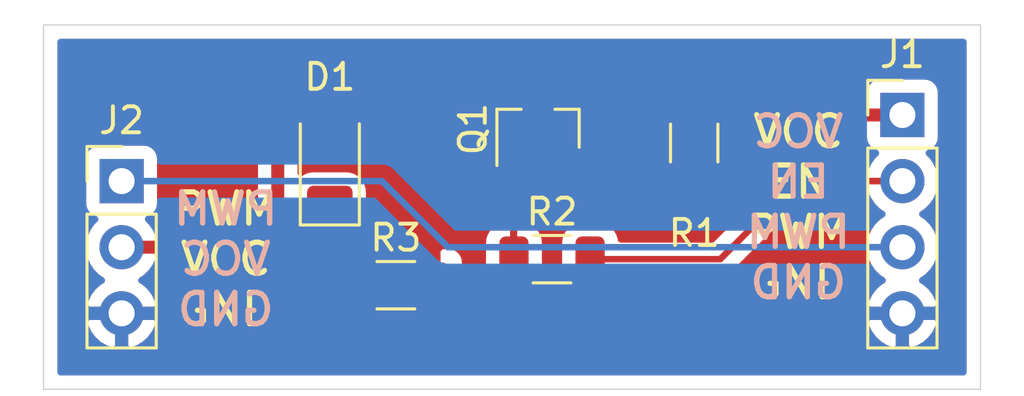
<source format=kicad_pcb>
(kicad_pcb (version 20171130) (host pcbnew 5.1.10-88a1d61d58~90~ubuntu21.04.1)

  (general
    (thickness 1.6)
    (drawings 8)
    (tracks 30)
    (zones 0)
    (modules 7)
    (nets 8)
  )

  (page A4)
  (layers
    (0 F.Cu signal)
    (31 B.Cu signal)
    (32 B.Adhes user)
    (33 F.Adhes user)
    (34 B.Paste user)
    (35 F.Paste user)
    (36 B.SilkS user)
    (37 F.SilkS user)
    (38 B.Mask user)
    (39 F.Mask user)
    (40 Dwgs.User user)
    (41 Cmts.User user)
    (42 Eco1.User user)
    (43 Eco2.User user)
    (44 Edge.Cuts user)
    (45 Margin user)
    (46 B.CrtYd user)
    (47 F.CrtYd user)
    (48 B.Fab user)
    (49 F.Fab user)
  )

  (setup
    (last_trace_width 0.25)
    (trace_clearance 0.2)
    (zone_clearance 0.508)
    (zone_45_only no)
    (trace_min 0.2)
    (via_size 0.8)
    (via_drill 0.4)
    (via_min_size 0.4)
    (via_min_drill 0.3)
    (uvia_size 0.3)
    (uvia_drill 0.1)
    (uvias_allowed no)
    (uvia_min_size 0.2)
    (uvia_min_drill 0.1)
    (edge_width 0.05)
    (segment_width 0.2)
    (pcb_text_width 0.3)
    (pcb_text_size 1.5 1.5)
    (mod_edge_width 0.12)
    (mod_text_size 1 1)
    (mod_text_width 0.15)
    (pad_size 1.524 1.524)
    (pad_drill 0.762)
    (pad_to_mask_clearance 0)
    (aux_axis_origin 0 0)
    (visible_elements FFFFFF7F)
    (pcbplotparams
      (layerselection 0x010fc_ffffffff)
      (usegerberextensions false)
      (usegerberattributes true)
      (usegerberadvancedattributes true)
      (creategerberjobfile true)
      (excludeedgelayer true)
      (linewidth 0.100000)
      (plotframeref false)
      (viasonmask false)
      (mode 1)
      (useauxorigin false)
      (hpglpennumber 1)
      (hpglpenspeed 20)
      (hpglpendiameter 15.000000)
      (psnegative false)
      (psa4output false)
      (plotreference true)
      (plotvalue true)
      (plotinvisibletext false)
      (padsonsilk false)
      (subtractmaskfromsilk false)
      (outputformat 1)
      (mirror false)
      (drillshape 0)
      (scaleselection 1)
      (outputdirectory "fab"))
  )

  (net 0 "")
  (net 1 /pwr_out)
  (net 2 "Net-(D1-Pad1)")
  (net 3 GND)
  (net 4 /pwm)
  (net 5 /pwr_en)
  (net 6 /pwr_in)
  (net 7 "Net-(Q1-Pad1)")

  (net_class Default "This is the default net class."
    (clearance 0.2)
    (trace_width 0.25)
    (via_dia 0.8)
    (via_drill 0.4)
    (uvia_dia 0.3)
    (uvia_drill 0.1)
    (add_net /pwm)
    (add_net /pwr_en)
    (add_net "Net-(D1-Pad1)")
    (add_net "Net-(Q1-Pad1)")
  )

  (net_class power ""
    (clearance 0.2)
    (trace_width 0.5)
    (via_dia 0.8)
    (via_drill 0.4)
    (uvia_dia 0.3)
    (uvia_drill 0.1)
    (add_net /pwr_in)
    (add_net /pwr_out)
    (add_net GND)
  )

  (module Resistor_SMD:R_1206_3216Metric (layer F.Cu) (tedit 5F68FEEE) (tstamp 6108113D)
    (at 109.5375 92)
    (descr "Resistor SMD 1206 (3216 Metric), square (rectangular) end terminal, IPC_7351 nominal, (Body size source: IPC-SM-782 page 72, https://www.pcb-3d.com/wordpress/wp-content/uploads/ipc-sm-782a_amendment_1_and_2.pdf), generated with kicad-footprint-generator")
    (tags resistor)
    (path /6108672B)
    (attr smd)
    (fp_text reference R3 (at 0 -1.82) (layer F.SilkS)
      (effects (font (size 1 1) (thickness 0.15)))
    )
    (fp_text value 1K (at 0 1.82) (layer F.Fab)
      (effects (font (size 1 1) (thickness 0.15)))
    )
    (fp_line (start 2.28 1.12) (end -2.28 1.12) (layer F.CrtYd) (width 0.05))
    (fp_line (start 2.28 -1.12) (end 2.28 1.12) (layer F.CrtYd) (width 0.05))
    (fp_line (start -2.28 -1.12) (end 2.28 -1.12) (layer F.CrtYd) (width 0.05))
    (fp_line (start -2.28 1.12) (end -2.28 -1.12) (layer F.CrtYd) (width 0.05))
    (fp_line (start -0.727064 0.91) (end 0.727064 0.91) (layer F.SilkS) (width 0.12))
    (fp_line (start -0.727064 -0.91) (end 0.727064 -0.91) (layer F.SilkS) (width 0.12))
    (fp_line (start 1.6 0.8) (end -1.6 0.8) (layer F.Fab) (width 0.1))
    (fp_line (start 1.6 -0.8) (end 1.6 0.8) (layer F.Fab) (width 0.1))
    (fp_line (start -1.6 -0.8) (end 1.6 -0.8) (layer F.Fab) (width 0.1))
    (fp_line (start -1.6 0.8) (end -1.6 -0.8) (layer F.Fab) (width 0.1))
    (fp_text user %R (at 0 0) (layer F.Fab)
      (effects (font (size 0.8 0.8) (thickness 0.12)))
    )
    (pad 2 smd roundrect (at 1.4625 0) (size 1.125 1.75) (layers F.Cu F.Paste F.Mask) (roundrect_rratio 0.2222204444444444)
      (net 3 GND))
    (pad 1 smd roundrect (at -1.4625 0) (size 1.125 1.75) (layers F.Cu F.Paste F.Mask) (roundrect_rratio 0.2222204444444444)
      (net 2 "Net-(D1-Pad1)"))
    (model ${KISYS3DMOD}/Resistor_SMD.3dshapes/R_1206_3216Metric.wrl
      (at (xyz 0 0 0))
      (scale (xyz 1 1 1))
      (rotate (xyz 0 0 0))
    )
  )

  (module Resistor_SMD:R_1206_3216Metric (layer F.Cu) (tedit 5F68FEEE) (tstamp 6108112C)
    (at 115.5375 91)
    (descr "Resistor SMD 1206 (3216 Metric), square (rectangular) end terminal, IPC_7351 nominal, (Body size source: IPC-SM-782 page 72, https://www.pcb-3d.com/wordpress/wp-content/uploads/ipc-sm-782a_amendment_1_and_2.pdf), generated with kicad-footprint-generator")
    (tags resistor)
    (path /61084A9E)
    (attr smd)
    (fp_text reference R2 (at 0 -1.82) (layer F.SilkS)
      (effects (font (size 1 1) (thickness 0.15)))
    )
    (fp_text value 1K (at 0 1.82) (layer F.Fab)
      (effects (font (size 1 1) (thickness 0.15)))
    )
    (fp_line (start 2.28 1.12) (end -2.28 1.12) (layer F.CrtYd) (width 0.05))
    (fp_line (start 2.28 -1.12) (end 2.28 1.12) (layer F.CrtYd) (width 0.05))
    (fp_line (start -2.28 -1.12) (end 2.28 -1.12) (layer F.CrtYd) (width 0.05))
    (fp_line (start -2.28 1.12) (end -2.28 -1.12) (layer F.CrtYd) (width 0.05))
    (fp_line (start -0.727064 0.91) (end 0.727064 0.91) (layer F.SilkS) (width 0.12))
    (fp_line (start -0.727064 -0.91) (end 0.727064 -0.91) (layer F.SilkS) (width 0.12))
    (fp_line (start 1.6 0.8) (end -1.6 0.8) (layer F.Fab) (width 0.1))
    (fp_line (start 1.6 -0.8) (end 1.6 0.8) (layer F.Fab) (width 0.1))
    (fp_line (start -1.6 -0.8) (end 1.6 -0.8) (layer F.Fab) (width 0.1))
    (fp_line (start -1.6 0.8) (end -1.6 -0.8) (layer F.Fab) (width 0.1))
    (fp_text user %R (at 0 0) (layer F.Fab)
      (effects (font (size 0.8 0.8) (thickness 0.12)))
    )
    (pad 2 smd roundrect (at 1.4625 0) (size 1.125 1.75) (layers F.Cu F.Paste F.Mask) (roundrect_rratio 0.2222204444444444)
      (net 5 /pwr_en))
    (pad 1 smd roundrect (at -1.4625 0) (size 1.125 1.75) (layers F.Cu F.Paste F.Mask) (roundrect_rratio 0.2222204444444444)
      (net 7 "Net-(Q1-Pad1)"))
    (model ${KISYS3DMOD}/Resistor_SMD.3dshapes/R_1206_3216Metric.wrl
      (at (xyz 0 0 0))
      (scale (xyz 1 1 1))
      (rotate (xyz 0 0 0))
    )
  )

  (module Resistor_SMD:R_1206_3216Metric (layer F.Cu) (tedit 5F68FEEE) (tstamp 6108111B)
    (at 121 86.5375 270)
    (descr "Resistor SMD 1206 (3216 Metric), square (rectangular) end terminal, IPC_7351 nominal, (Body size source: IPC-SM-782 page 72, https://www.pcb-3d.com/wordpress/wp-content/uploads/ipc-sm-782a_amendment_1_and_2.pdf), generated with kicad-footprint-generator")
    (tags resistor)
    (path /6108245B)
    (attr smd)
    (fp_text reference R1 (at 3.4625 0 180) (layer F.SilkS)
      (effects (font (size 1 1) (thickness 0.15)))
    )
    (fp_text value 10K (at 0 1.82 90) (layer F.Fab)
      (effects (font (size 1 1) (thickness 0.15)))
    )
    (fp_line (start 2.28 1.12) (end -2.28 1.12) (layer F.CrtYd) (width 0.05))
    (fp_line (start 2.28 -1.12) (end 2.28 1.12) (layer F.CrtYd) (width 0.05))
    (fp_line (start -2.28 -1.12) (end 2.28 -1.12) (layer F.CrtYd) (width 0.05))
    (fp_line (start -2.28 1.12) (end -2.28 -1.12) (layer F.CrtYd) (width 0.05))
    (fp_line (start -0.727064 0.91) (end 0.727064 0.91) (layer F.SilkS) (width 0.12))
    (fp_line (start -0.727064 -0.91) (end 0.727064 -0.91) (layer F.SilkS) (width 0.12))
    (fp_line (start 1.6 0.8) (end -1.6 0.8) (layer F.Fab) (width 0.1))
    (fp_line (start 1.6 -0.8) (end 1.6 0.8) (layer F.Fab) (width 0.1))
    (fp_line (start -1.6 -0.8) (end 1.6 -0.8) (layer F.Fab) (width 0.1))
    (fp_line (start -1.6 0.8) (end -1.6 -0.8) (layer F.Fab) (width 0.1))
    (fp_text user %R (at 0 0 90) (layer F.Fab)
      (effects (font (size 0.8 0.8) (thickness 0.12)))
    )
    (pad 2 smd roundrect (at 1.4625 0 270) (size 1.125 1.75) (layers F.Cu F.Paste F.Mask) (roundrect_rratio 0.2222204444444444)
      (net 7 "Net-(Q1-Pad1)"))
    (pad 1 smd roundrect (at -1.4625 0 270) (size 1.125 1.75) (layers F.Cu F.Paste F.Mask) (roundrect_rratio 0.2222204444444444)
      (net 6 /pwr_in))
    (model ${KISYS3DMOD}/Resistor_SMD.3dshapes/R_1206_3216Metric.wrl
      (at (xyz 0 0 0))
      (scale (xyz 1 1 1))
      (rotate (xyz 0 0 0))
    )
  )

  (module Package_TO_SOT_SMD:SOT-23 (layer F.Cu) (tedit 5A02FF57) (tstamp 61081272)
    (at 115 86 90)
    (descr "SOT-23, Standard")
    (tags SOT-23)
    (path /6107C471)
    (attr smd)
    (fp_text reference Q1 (at 0 -2.5 90) (layer F.SilkS)
      (effects (font (size 1 1) (thickness 0.15)))
    )
    (fp_text value Q_PMOS_GSD (at 0 2.5 90) (layer F.Fab)
      (effects (font (size 1 1) (thickness 0.15)))
    )
    (fp_line (start 0.76 1.58) (end -0.7 1.58) (layer F.SilkS) (width 0.12))
    (fp_line (start 0.76 -1.58) (end -1.4 -1.58) (layer F.SilkS) (width 0.12))
    (fp_line (start -1.7 1.75) (end -1.7 -1.75) (layer F.CrtYd) (width 0.05))
    (fp_line (start 1.7 1.75) (end -1.7 1.75) (layer F.CrtYd) (width 0.05))
    (fp_line (start 1.7 -1.75) (end 1.7 1.75) (layer F.CrtYd) (width 0.05))
    (fp_line (start -1.7 -1.75) (end 1.7 -1.75) (layer F.CrtYd) (width 0.05))
    (fp_line (start 0.76 -1.58) (end 0.76 -0.65) (layer F.SilkS) (width 0.12))
    (fp_line (start 0.76 1.58) (end 0.76 0.65) (layer F.SilkS) (width 0.12))
    (fp_line (start -0.7 1.52) (end 0.7 1.52) (layer F.Fab) (width 0.1))
    (fp_line (start 0.7 -1.52) (end 0.7 1.52) (layer F.Fab) (width 0.1))
    (fp_line (start -0.7 -0.95) (end -0.15 -1.52) (layer F.Fab) (width 0.1))
    (fp_line (start -0.15 -1.52) (end 0.7 -1.52) (layer F.Fab) (width 0.1))
    (fp_line (start -0.7 -0.95) (end -0.7 1.5) (layer F.Fab) (width 0.1))
    (fp_text user %R (at 0 0) (layer F.Fab)
      (effects (font (size 0.5 0.5) (thickness 0.075)))
    )
    (pad 3 smd rect (at 1 0 90) (size 0.9 0.8) (layers F.Cu F.Paste F.Mask)
      (net 1 /pwr_out))
    (pad 2 smd rect (at -1 0.95 90) (size 0.9 0.8) (layers F.Cu F.Paste F.Mask)
      (net 6 /pwr_in))
    (pad 1 smd rect (at -1 -0.95 90) (size 0.9 0.8) (layers F.Cu F.Paste F.Mask)
      (net 7 "Net-(Q1-Pad1)"))
    (model ${KISYS3DMOD}/Package_TO_SOT_SMD.3dshapes/SOT-23.wrl
      (at (xyz 0 0 0))
      (scale (xyz 1 1 1))
      (rotate (xyz 0 0 0))
    )
  )

  (module Connector_PinHeader_2.54mm:PinHeader_1x03_P2.54mm_Vertical (layer F.Cu) (tedit 59FED5CC) (tstamp 610810F5)
    (at 99 88)
    (descr "Through hole straight pin header, 1x03, 2.54mm pitch, single row")
    (tags "Through hole pin header THT 1x03 2.54mm single row")
    (path /6107DB79)
    (fp_text reference J2 (at 0 -2.33) (layer F.SilkS)
      (effects (font (size 1 1) (thickness 0.15)))
    )
    (fp_text value Conn_01x03 (at 0 7.41) (layer F.Fab)
      (effects (font (size 1 1) (thickness 0.15)))
    )
    (fp_line (start 1.8 -1.8) (end -1.8 -1.8) (layer F.CrtYd) (width 0.05))
    (fp_line (start 1.8 6.85) (end 1.8 -1.8) (layer F.CrtYd) (width 0.05))
    (fp_line (start -1.8 6.85) (end 1.8 6.85) (layer F.CrtYd) (width 0.05))
    (fp_line (start -1.8 -1.8) (end -1.8 6.85) (layer F.CrtYd) (width 0.05))
    (fp_line (start -1.33 -1.33) (end 0 -1.33) (layer F.SilkS) (width 0.12))
    (fp_line (start -1.33 0) (end -1.33 -1.33) (layer F.SilkS) (width 0.12))
    (fp_line (start -1.33 1.27) (end 1.33 1.27) (layer F.SilkS) (width 0.12))
    (fp_line (start 1.33 1.27) (end 1.33 6.41) (layer F.SilkS) (width 0.12))
    (fp_line (start -1.33 1.27) (end -1.33 6.41) (layer F.SilkS) (width 0.12))
    (fp_line (start -1.33 6.41) (end 1.33 6.41) (layer F.SilkS) (width 0.12))
    (fp_line (start -1.27 -0.635) (end -0.635 -1.27) (layer F.Fab) (width 0.1))
    (fp_line (start -1.27 6.35) (end -1.27 -0.635) (layer F.Fab) (width 0.1))
    (fp_line (start 1.27 6.35) (end -1.27 6.35) (layer F.Fab) (width 0.1))
    (fp_line (start 1.27 -1.27) (end 1.27 6.35) (layer F.Fab) (width 0.1))
    (fp_line (start -0.635 -1.27) (end 1.27 -1.27) (layer F.Fab) (width 0.1))
    (fp_text user %R (at 0 2.54 90) (layer F.Fab)
      (effects (font (size 1 1) (thickness 0.15)))
    )
    (pad 3 thru_hole oval (at 0 5.08) (size 1.7 1.7) (drill 1) (layers *.Cu *.Mask)
      (net 3 GND))
    (pad 2 thru_hole oval (at 0 2.54) (size 1.7 1.7) (drill 1) (layers *.Cu *.Mask)
      (net 1 /pwr_out))
    (pad 1 thru_hole rect (at 0 0) (size 1.7 1.7) (drill 1) (layers *.Cu *.Mask)
      (net 4 /pwm))
    (model ${KISYS3DMOD}/Connector_PinHeader_2.54mm.3dshapes/PinHeader_1x03_P2.54mm_Vertical.wrl
      (at (xyz 0 0 0))
      (scale (xyz 1 1 1))
      (rotate (xyz 0 0 0))
    )
  )

  (module Connector_PinHeader_2.54mm:PinHeader_1x04_P2.54mm_Vertical (layer F.Cu) (tedit 59FED5CC) (tstamp 610810DE)
    (at 129 85.46)
    (descr "Through hole straight pin header, 1x04, 2.54mm pitch, single row")
    (tags "Through hole pin header THT 1x04 2.54mm single row")
    (path /6107AEB5)
    (fp_text reference J1 (at 0 -2.33) (layer F.SilkS)
      (effects (font (size 1 1) (thickness 0.15)))
    )
    (fp_text value Conn_01x04 (at 0 9.95) (layer F.Fab)
      (effects (font (size 1 1) (thickness 0.15)))
    )
    (fp_line (start 1.8 -1.8) (end -1.8 -1.8) (layer F.CrtYd) (width 0.05))
    (fp_line (start 1.8 9.4) (end 1.8 -1.8) (layer F.CrtYd) (width 0.05))
    (fp_line (start -1.8 9.4) (end 1.8 9.4) (layer F.CrtYd) (width 0.05))
    (fp_line (start -1.8 -1.8) (end -1.8 9.4) (layer F.CrtYd) (width 0.05))
    (fp_line (start -1.33 -1.33) (end 0 -1.33) (layer F.SilkS) (width 0.12))
    (fp_line (start -1.33 0) (end -1.33 -1.33) (layer F.SilkS) (width 0.12))
    (fp_line (start -1.33 1.27) (end 1.33 1.27) (layer F.SilkS) (width 0.12))
    (fp_line (start 1.33 1.27) (end 1.33 8.95) (layer F.SilkS) (width 0.12))
    (fp_line (start -1.33 1.27) (end -1.33 8.95) (layer F.SilkS) (width 0.12))
    (fp_line (start -1.33 8.95) (end 1.33 8.95) (layer F.SilkS) (width 0.12))
    (fp_line (start -1.27 -0.635) (end -0.635 -1.27) (layer F.Fab) (width 0.1))
    (fp_line (start -1.27 8.89) (end -1.27 -0.635) (layer F.Fab) (width 0.1))
    (fp_line (start 1.27 8.89) (end -1.27 8.89) (layer F.Fab) (width 0.1))
    (fp_line (start 1.27 -1.27) (end 1.27 8.89) (layer F.Fab) (width 0.1))
    (fp_line (start -0.635 -1.27) (end 1.27 -1.27) (layer F.Fab) (width 0.1))
    (fp_text user %R (at 0 3.81 90) (layer F.Fab)
      (effects (font (size 1 1) (thickness 0.15)))
    )
    (pad 4 thru_hole oval (at 0 7.62) (size 1.7 1.7) (drill 1) (layers *.Cu *.Mask)
      (net 3 GND))
    (pad 3 thru_hole oval (at 0 5.08) (size 1.7 1.7) (drill 1) (layers *.Cu *.Mask)
      (net 4 /pwm))
    (pad 2 thru_hole oval (at 0 2.54) (size 1.7 1.7) (drill 1) (layers *.Cu *.Mask)
      (net 5 /pwr_en))
    (pad 1 thru_hole rect (at 0 0) (size 1.7 1.7) (drill 1) (layers *.Cu *.Mask)
      (net 6 /pwr_in))
    (model ${KISYS3DMOD}/Connector_PinHeader_2.54mm.3dshapes/PinHeader_1x04_P2.54mm_Vertical.wrl
      (at (xyz 0 0 0))
      (scale (xyz 1 1 1))
      (rotate (xyz 0 0 0))
    )
  )

  (module LED_SMD:LED_1206_3216Metric (layer F.Cu) (tedit 5F68FEF1) (tstamp 610810C6)
    (at 107 87.4 90)
    (descr "LED SMD 1206 (3216 Metric), square (rectangular) end terminal, IPC_7351 nominal, (Body size source: http://www.tortai-tech.com/upload/download/2011102023233369053.pdf), generated with kicad-footprint-generator")
    (tags LED)
    (path /61086FD1)
    (attr smd)
    (fp_text reference D1 (at 3.4 0 180) (layer F.SilkS)
      (effects (font (size 1 1) (thickness 0.15)))
    )
    (fp_text value LED (at 0 1.82 90) (layer F.Fab)
      (effects (font (size 1 1) (thickness 0.15)))
    )
    (fp_line (start 2.28 1.12) (end -2.28 1.12) (layer F.CrtYd) (width 0.05))
    (fp_line (start 2.28 -1.12) (end 2.28 1.12) (layer F.CrtYd) (width 0.05))
    (fp_line (start -2.28 -1.12) (end 2.28 -1.12) (layer F.CrtYd) (width 0.05))
    (fp_line (start -2.28 1.12) (end -2.28 -1.12) (layer F.CrtYd) (width 0.05))
    (fp_line (start -2.285 1.135) (end 1.6 1.135) (layer F.SilkS) (width 0.12))
    (fp_line (start -2.285 -1.135) (end -2.285 1.135) (layer F.SilkS) (width 0.12))
    (fp_line (start 1.6 -1.135) (end -2.285 -1.135) (layer F.SilkS) (width 0.12))
    (fp_line (start 1.6 0.8) (end 1.6 -0.8) (layer F.Fab) (width 0.1))
    (fp_line (start -1.6 0.8) (end 1.6 0.8) (layer F.Fab) (width 0.1))
    (fp_line (start -1.6 -0.4) (end -1.6 0.8) (layer F.Fab) (width 0.1))
    (fp_line (start -1.2 -0.8) (end -1.6 -0.4) (layer F.Fab) (width 0.1))
    (fp_line (start 1.6 -0.8) (end -1.2 -0.8) (layer F.Fab) (width 0.1))
    (fp_text user %R (at 0 0 90) (layer F.Fab)
      (effects (font (size 0.8 0.8) (thickness 0.12)))
    )
    (pad 2 smd roundrect (at 1.4 0 90) (size 1.25 1.75) (layers F.Cu F.Paste F.Mask) (roundrect_rratio 0.2)
      (net 1 /pwr_out))
    (pad 1 smd roundrect (at -1.4 0 90) (size 1.25 1.75) (layers F.Cu F.Paste F.Mask) (roundrect_rratio 0.2)
      (net 2 "Net-(D1-Pad1)"))
    (model ${KISYS3DMOD}/LED_SMD.3dshapes/LED_1206_3216Metric.wrl
      (at (xyz 0 0 0))
      (scale (xyz 1 1 1))
      (rotate (xyz 0 0 0))
    )
  )

  (gr_text "PWM\nVCC\nGND" (at 103 91) (layer B.SilkS) (tstamp 610818BB)
    (effects (font (size 1.2 1.2) (thickness 0.2)) (justify mirror))
  )
  (gr_text "VCC\nEN\nPWM\nGND" (at 125 89) (layer B.SilkS) (tstamp 610818B6)
    (effects (font (size 1.2 1.2) (thickness 0.2)) (justify mirror))
  )
  (gr_text "PWM\nVCC\nGND" (at 103 91) (layer F.SilkS) (tstamp 610817CF)
    (effects (font (size 1.2 1.2) (thickness 0.2)))
  )
  (gr_text "VCC\nEN\nPWM\nGND" (at 125 89) (layer F.SilkS)
    (effects (font (size 1.2 1.2) (thickness 0.2)))
  )
  (gr_line (start 96 96) (end 96 82) (layer Edge.Cuts) (width 0.05) (tstamp 61081683))
  (gr_line (start 132 96) (end 96 96) (layer Edge.Cuts) (width 0.05))
  (gr_line (start 132 82) (end 132 96) (layer Edge.Cuts) (width 0.05))
  (gr_line (start 96 82) (end 132 82) (layer Edge.Cuts) (width 0.05))

  (segment (start 115 85) (end 111 85) (width 0.5) (layer F.Cu) (net 1))
  (segment (start 110 86) (end 107 86) (width 0.5) (layer F.Cu) (net 1))
  (segment (start 111 85) (end 110 86) (width 0.5) (layer F.Cu) (net 1))
  (segment (start 107 86) (end 106 86) (width 0.5) (layer F.Cu) (net 1))
  (segment (start 106 86) (end 105 87) (width 0.5) (layer F.Cu) (net 1))
  (segment (start 105 87) (end 105 90) (width 0.5) (layer F.Cu) (net 1))
  (segment (start 104.46 90.54) (end 102 90.54) (width 0.5) (layer F.Cu) (net 1))
  (segment (start 105 90) (end 104.46 90.54) (width 0.5) (layer F.Cu) (net 1))
  (segment (start 102 90.54) (end 99 90.54) (width 0.5) (layer F.Cu) (net 1))
  (segment (start 107 90.925) (end 108.075 92) (width 0.25) (layer F.Cu) (net 2))
  (segment (start 107 88.8) (end 107 90.925) (width 0.25) (layer F.Cu) (net 2))
  (segment (start 109 88) (end 102 88) (width 0.25) (layer B.Cu) (net 4))
  (segment (start 111.54 90.54) (end 109 88) (width 0.25) (layer B.Cu) (net 4))
  (segment (start 129 90.54) (end 111.54 90.54) (width 0.25) (layer B.Cu) (net 4))
  (segment (start 99 88) (end 102 88) (width 0.25) (layer B.Cu) (net 4))
  (segment (start 125 88) (end 128 88) (width 0.25) (layer F.Cu) (net 5))
  (segment (start 122 91) (end 125 88) (width 0.25) (layer F.Cu) (net 5))
  (segment (start 117 91) (end 122 91) (width 0.25) (layer F.Cu) (net 5))
  (segment (start 128 88) (end 129 88) (width 0.25) (layer F.Cu) (net 5))
  (segment (start 118 87) (end 115.95 87) (width 0.5) (layer F.Cu) (net 6))
  (segment (start 119.925 85.075) (end 118 87) (width 0.5) (layer F.Cu) (net 6))
  (segment (start 121 85.075) (end 119.925 85.075) (width 0.5) (layer F.Cu) (net 6))
  (segment (start 124.075 85.075) (end 121 85.075) (width 0.5) (layer F.Cu) (net 6))
  (segment (start 124.46 85.46) (end 124.075 85.075) (width 0.5) (layer F.Cu) (net 6))
  (segment (start 129 85.46) (end 124.46 85.46) (width 0.5) (layer F.Cu) (net 6))
  (segment (start 114.05 90.975) (end 114.075 91) (width 0.25) (layer F.Cu) (net 7))
  (segment (start 114.05 87) (end 114.05 90.975) (width 0.25) (layer F.Cu) (net 7))
  (segment (start 114.075 91) (end 114.075 88.925) (width 0.25) (layer F.Cu) (net 7))
  (segment (start 115 88) (end 121 88) (width 0.25) (layer F.Cu) (net 7))
  (segment (start 114.075 88.925) (end 115 88) (width 0.25) (layer F.Cu) (net 7))

  (zone (net 3) (net_name GND) (layer F.Cu) (tstamp 610818F1) (hatch edge 0.508)
    (connect_pads (clearance 0.508))
    (min_thickness 0.254)
    (fill yes (arc_segments 32) (thermal_gap 0.508) (thermal_bridge_width 0.508))
    (polygon
      (pts
        (xy 132 96) (xy 96 96) (xy 96 82) (xy 132 82)
      )
    )
    (filled_polygon
      (pts
        (xy 131.340001 95.34) (xy 96.66 95.34) (xy 96.66 93.43689) (xy 97.558524 93.43689) (xy 97.603175 93.584099)
        (xy 97.728359 93.84692) (xy 97.902412 94.080269) (xy 98.118645 94.275178) (xy 98.368748 94.424157) (xy 98.643109 94.521481)
        (xy 98.873 94.400814) (xy 98.873 93.207) (xy 99.127 93.207) (xy 99.127 94.400814) (xy 99.356891 94.521481)
        (xy 99.631252 94.424157) (xy 99.881355 94.275178) (xy 100.097588 94.080269) (xy 100.271641 93.84692) (xy 100.396825 93.584099)
        (xy 100.441476 93.43689) (xy 100.320155 93.207) (xy 99.127 93.207) (xy 98.873 93.207) (xy 97.679845 93.207)
        (xy 97.558524 93.43689) (xy 96.66 93.43689) (xy 96.66 87.15) (xy 97.511928 87.15) (xy 97.511928 88.85)
        (xy 97.524188 88.974482) (xy 97.560498 89.09418) (xy 97.619463 89.204494) (xy 97.698815 89.301185) (xy 97.795506 89.380537)
        (xy 97.90582 89.439502) (xy 97.97838 89.461513) (xy 97.846525 89.593368) (xy 97.68401 89.836589) (xy 97.572068 90.106842)
        (xy 97.515 90.39374) (xy 97.515 90.68626) (xy 97.572068 90.973158) (xy 97.68401 91.243411) (xy 97.846525 91.486632)
        (xy 98.053368 91.693475) (xy 98.235534 91.815195) (xy 98.118645 91.884822) (xy 97.902412 92.079731) (xy 97.728359 92.31308)
        (xy 97.603175 92.575901) (xy 97.558524 92.72311) (xy 97.679845 92.953) (xy 98.873 92.953) (xy 98.873 92.933)
        (xy 99.127 92.933) (xy 99.127 92.953) (xy 100.320155 92.953) (xy 100.441476 92.72311) (xy 100.396825 92.575901)
        (xy 100.271641 92.31308) (xy 100.097588 92.079731) (xy 99.881355 91.884822) (xy 99.764466 91.815195) (xy 99.946632 91.693475)
        (xy 100.153475 91.486632) (xy 100.194656 91.425) (xy 104.416531 91.425) (xy 104.46 91.429281) (xy 104.503469 91.425)
        (xy 104.503477 91.425) (xy 104.63349 91.412195) (xy 104.800313 91.361589) (xy 104.954059 91.279411) (xy 105.088817 91.168817)
        (xy 105.116534 91.135044) (xy 105.595044 90.656534) (xy 105.628817 90.628817) (xy 105.739411 90.494059) (xy 105.821589 90.340313)
        (xy 105.872195 90.17349) (xy 105.885 90.043477) (xy 105.885 90.043467) (xy 105.889281 90.000001) (xy 105.885 89.956535)
        (xy 105.885 89.915215) (xy 106.03515 89.995472) (xy 106.201746 90.046008) (xy 106.240001 90.049776) (xy 106.240001 90.887668)
        (xy 106.236324 90.925) (xy 106.240001 90.962333) (xy 106.247066 91.034059) (xy 106.250998 91.073985) (xy 106.294454 91.217246)
        (xy 106.365026 91.349276) (xy 106.416663 91.412195) (xy 106.46 91.465001) (xy 106.488998 91.488799) (xy 106.874428 91.874229)
        (xy 106.874428 92.625002) (xy 106.891492 92.798256) (xy 106.942028 92.964852) (xy 107.024095 93.118387) (xy 107.134538 93.252962)
        (xy 107.269113 93.363405) (xy 107.422648 93.445472) (xy 107.589244 93.496008) (xy 107.762498 93.513072) (xy 108.387502 93.513072)
        (xy 108.560756 93.496008) (xy 108.727352 93.445472) (xy 108.880887 93.363405) (xy 109.015462 93.252962) (xy 109.125905 93.118387)
        (xy 109.207972 92.964852) (xy 109.235228 92.875) (xy 109.799428 92.875) (xy 109.811688 92.999482) (xy 109.847998 93.11918)
        (xy 109.906963 93.229494) (xy 109.986315 93.326185) (xy 110.083006 93.405537) (xy 110.19332 93.464502) (xy 110.313018 93.500812)
        (xy 110.4375 93.513072) (xy 110.71425 93.51) (xy 110.873 93.35125) (xy 110.873 92.127) (xy 111.127 92.127)
        (xy 111.127 93.35125) (xy 111.28575 93.51) (xy 111.5625 93.513072) (xy 111.686982 93.500812) (xy 111.80668 93.464502)
        (xy 111.858337 93.43689) (xy 127.558524 93.43689) (xy 127.603175 93.584099) (xy 127.728359 93.84692) (xy 127.902412 94.080269)
        (xy 128.118645 94.275178) (xy 128.368748 94.424157) (xy 128.643109 94.521481) (xy 128.873 94.400814) (xy 128.873 93.207)
        (xy 129.127 93.207) (xy 129.127 94.400814) (xy 129.356891 94.521481) (xy 129.631252 94.424157) (xy 129.881355 94.275178)
        (xy 130.097588 94.080269) (xy 130.271641 93.84692) (xy 130.396825 93.584099) (xy 130.441476 93.43689) (xy 130.320155 93.207)
        (xy 129.127 93.207) (xy 128.873 93.207) (xy 127.679845 93.207) (xy 127.558524 93.43689) (xy 111.858337 93.43689)
        (xy 111.916994 93.405537) (xy 112.013685 93.326185) (xy 112.093037 93.229494) (xy 112.152002 93.11918) (xy 112.188312 92.999482)
        (xy 112.200572 92.875) (xy 112.1975 92.28575) (xy 112.03875 92.127) (xy 111.127 92.127) (xy 110.873 92.127)
        (xy 109.96125 92.127) (xy 109.8025 92.28575) (xy 109.799428 92.875) (xy 109.235228 92.875) (xy 109.258508 92.798256)
        (xy 109.275572 92.625002) (xy 109.275572 91.374998) (xy 109.258508 91.201744) (xy 109.235229 91.125) (xy 109.799428 91.125)
        (xy 109.8025 91.71425) (xy 109.96125 91.873) (xy 110.873 91.873) (xy 110.873 90.64875) (xy 111.127 90.64875)
        (xy 111.127 91.873) (xy 112.03875 91.873) (xy 112.1975 91.71425) (xy 112.200572 91.125) (xy 112.188312 91.000518)
        (xy 112.152002 90.88082) (xy 112.093037 90.770506) (xy 112.013685 90.673815) (xy 111.916994 90.594463) (xy 111.80668 90.535498)
        (xy 111.686982 90.499188) (xy 111.5625 90.486928) (xy 111.28575 90.49) (xy 111.127 90.64875) (xy 110.873 90.64875)
        (xy 110.71425 90.49) (xy 110.4375 90.486928) (xy 110.313018 90.499188) (xy 110.19332 90.535498) (xy 110.083006 90.594463)
        (xy 109.986315 90.673815) (xy 109.906963 90.770506) (xy 109.847998 90.88082) (xy 109.811688 91.000518) (xy 109.799428 91.125)
        (xy 109.235229 91.125) (xy 109.207972 91.035148) (xy 109.125905 90.881613) (xy 109.015462 90.747038) (xy 108.880887 90.636595)
        (xy 108.727352 90.554528) (xy 108.560756 90.503992) (xy 108.387502 90.486928) (xy 107.762498 90.486928) (xy 107.76 90.487174)
        (xy 107.76 90.049776) (xy 107.798254 90.046008) (xy 107.96485 89.995472) (xy 108.118386 89.913405) (xy 108.252962 89.802962)
        (xy 108.363405 89.668386) (xy 108.445472 89.51485) (xy 108.496008 89.348254) (xy 108.513072 89.175) (xy 108.513072 88.425)
        (xy 108.496008 88.251746) (xy 108.445472 88.08515) (xy 108.363405 87.931614) (xy 108.252962 87.797038) (xy 108.118386 87.686595)
        (xy 107.96485 87.604528) (xy 107.798254 87.553992) (xy 107.625 87.536928) (xy 106.375 87.536928) (xy 106.201746 87.553992)
        (xy 106.03515 87.604528) (xy 105.885 87.684785) (xy 105.885 87.366578) (xy 106.051229 87.200349) (xy 106.201746 87.246008)
        (xy 106.375 87.263072) (xy 107.625 87.263072) (xy 107.798254 87.246008) (xy 107.96485 87.195472) (xy 108.118386 87.113405)
        (xy 108.252962 87.002962) (xy 108.34977 86.885) (xy 109.956531 86.885) (xy 110 86.889281) (xy 110.043469 86.885)
        (xy 110.043477 86.885) (xy 110.17349 86.872195) (xy 110.340313 86.821589) (xy 110.494059 86.739411) (xy 110.628817 86.628817)
        (xy 110.656534 86.595044) (xy 111.366579 85.885) (xy 114.135532 85.885) (xy 114.148815 85.901185) (xy 114.161905 85.911928)
        (xy 113.65 85.911928) (xy 113.525518 85.924188) (xy 113.40582 85.960498) (xy 113.295506 86.019463) (xy 113.198815 86.098815)
        (xy 113.119463 86.195506) (xy 113.060498 86.30582) (xy 113.024188 86.425518) (xy 113.011928 86.55) (xy 113.011928 87.45)
        (xy 113.024188 87.574482) (xy 113.060498 87.69418) (xy 113.119463 87.804494) (xy 113.198815 87.901185) (xy 113.29 87.976019)
        (xy 113.290001 89.62543) (xy 113.269113 89.636595) (xy 113.134538 89.747038) (xy 113.024095 89.881613) (xy 112.942028 90.035148)
        (xy 112.891492 90.201744) (xy 112.874428 90.374998) (xy 112.874428 91.625002) (xy 112.891492 91.798256) (xy 112.942028 91.964852)
        (xy 113.024095 92.118387) (xy 113.134538 92.252962) (xy 113.269113 92.363405) (xy 113.422648 92.445472) (xy 113.589244 92.496008)
        (xy 113.762498 92.513072) (xy 114.387502 92.513072) (xy 114.560756 92.496008) (xy 114.727352 92.445472) (xy 114.880887 92.363405)
        (xy 115.015462 92.252962) (xy 115.125905 92.118387) (xy 115.207972 91.964852) (xy 115.258508 91.798256) (xy 115.275572 91.625002)
        (xy 115.275572 90.374998) (xy 115.258508 90.201744) (xy 115.207972 90.035148) (xy 115.125905 89.881613) (xy 115.015462 89.747038)
        (xy 114.880887 89.636595) (xy 114.835 89.612068) (xy 114.835 89.239801) (xy 115.314802 88.76) (xy 119.612068 88.76)
        (xy 119.636595 88.805887) (xy 119.747038 88.940462) (xy 119.881613 89.050905) (xy 120.035148 89.132972) (xy 120.201744 89.183508)
        (xy 120.374998 89.200572) (xy 121.625002 89.200572) (xy 121.798256 89.183508) (xy 121.964852 89.132972) (xy 122.118387 89.050905)
        (xy 122.252962 88.940462) (xy 122.363405 88.805887) (xy 122.445472 88.652352) (xy 122.496008 88.485756) (xy 122.513072 88.312502)
        (xy 122.513072 87.687498) (xy 122.496008 87.514244) (xy 122.445472 87.347648) (xy 122.363405 87.194113) (xy 122.252962 87.059538)
        (xy 122.118387 86.949095) (xy 121.964852 86.867028) (xy 121.798256 86.816492) (xy 121.625002 86.799428) (xy 120.374998 86.799428)
        (xy 120.201744 86.816492) (xy 120.035148 86.867028) (xy 119.881613 86.949095) (xy 119.747038 87.059538) (xy 119.636595 87.194113)
        (xy 119.612068 87.24) (xy 119.011578 87.24) (xy 120.041638 86.209941) (xy 120.201744 86.258508) (xy 120.374998 86.275572)
        (xy 121.625002 86.275572) (xy 121.798256 86.258508) (xy 121.964852 86.207972) (xy 122.118387 86.125905) (xy 122.252962 86.015462)
        (xy 122.298479 85.96) (xy 123.708422 85.96) (xy 123.803466 86.055044) (xy 123.831183 86.088817) (xy 123.965941 86.199411)
        (xy 124.119687 86.281589) (xy 124.28651 86.332195) (xy 124.416523 86.345) (xy 124.416533 86.345) (xy 124.459999 86.349281)
        (xy 124.503465 86.345) (xy 127.515375 86.345) (xy 127.524188 86.434482) (xy 127.560498 86.55418) (xy 127.619463 86.664494)
        (xy 127.698815 86.761185) (xy 127.795506 86.840537) (xy 127.90582 86.899502) (xy 127.97838 86.921513) (xy 127.846525 87.053368)
        (xy 127.721822 87.24) (xy 125.037325 87.24) (xy 125 87.236324) (xy 124.962675 87.24) (xy 124.962667 87.24)
        (xy 124.851014 87.250997) (xy 124.707753 87.294454) (xy 124.575724 87.365026) (xy 124.459999 87.459999) (xy 124.436201 87.488997)
        (xy 121.685199 90.24) (xy 118.187276 90.24) (xy 118.183508 90.201744) (xy 118.132972 90.035148) (xy 118.050905 89.881613)
        (xy 117.940462 89.747038) (xy 117.805887 89.636595) (xy 117.652352 89.554528) (xy 117.485756 89.503992) (xy 117.312502 89.486928)
        (xy 116.687498 89.486928) (xy 116.514244 89.503992) (xy 116.347648 89.554528) (xy 116.194113 89.636595) (xy 116.059538 89.747038)
        (xy 115.949095 89.881613) (xy 115.867028 90.035148) (xy 115.816492 90.201744) (xy 115.799428 90.374998) (xy 115.799428 91.625002)
        (xy 115.816492 91.798256) (xy 115.867028 91.964852) (xy 115.949095 92.118387) (xy 116.059538 92.252962) (xy 116.194113 92.363405)
        (xy 116.347648 92.445472) (xy 116.514244 92.496008) (xy 116.687498 92.513072) (xy 117.312502 92.513072) (xy 117.485756 92.496008)
        (xy 117.652352 92.445472) (xy 117.805887 92.363405) (xy 117.940462 92.252962) (xy 118.050905 92.118387) (xy 118.132972 91.964852)
        (xy 118.183508 91.798256) (xy 118.187276 91.76) (xy 121.962678 91.76) (xy 122 91.763676) (xy 122.037322 91.76)
        (xy 122.037333 91.76) (xy 122.148986 91.749003) (xy 122.292247 91.705546) (xy 122.424276 91.634974) (xy 122.540001 91.540001)
        (xy 122.563804 91.510997) (xy 125.314802 88.76) (xy 127.721822 88.76) (xy 127.846525 88.946632) (xy 128.053368 89.153475)
        (xy 128.22776 89.27) (xy 128.053368 89.386525) (xy 127.846525 89.593368) (xy 127.68401 89.836589) (xy 127.572068 90.106842)
        (xy 127.515 90.39374) (xy 127.515 90.68626) (xy 127.572068 90.973158) (xy 127.68401 91.243411) (xy 127.846525 91.486632)
        (xy 128.053368 91.693475) (xy 128.235534 91.815195) (xy 128.118645 91.884822) (xy 127.902412 92.079731) (xy 127.728359 92.31308)
        (xy 127.603175 92.575901) (xy 127.558524 92.72311) (xy 127.679845 92.953) (xy 128.873 92.953) (xy 128.873 92.933)
        (xy 129.127 92.933) (xy 129.127 92.953) (xy 130.320155 92.953) (xy 130.441476 92.72311) (xy 130.396825 92.575901)
        (xy 130.271641 92.31308) (xy 130.097588 92.079731) (xy 129.881355 91.884822) (xy 129.764466 91.815195) (xy 129.946632 91.693475)
        (xy 130.153475 91.486632) (xy 130.31599 91.243411) (xy 130.427932 90.973158) (xy 130.485 90.68626) (xy 130.485 90.39374)
        (xy 130.427932 90.106842) (xy 130.31599 89.836589) (xy 130.153475 89.593368) (xy 129.946632 89.386525) (xy 129.77224 89.27)
        (xy 129.946632 89.153475) (xy 130.153475 88.946632) (xy 130.31599 88.703411) (xy 130.427932 88.433158) (xy 130.485 88.14626)
        (xy 130.485 87.85374) (xy 130.427932 87.566842) (xy 130.31599 87.296589) (xy 130.153475 87.053368) (xy 130.02162 86.921513)
        (xy 130.09418 86.899502) (xy 130.204494 86.840537) (xy 130.301185 86.761185) (xy 130.380537 86.664494) (xy 130.439502 86.55418)
        (xy 130.475812 86.434482) (xy 130.488072 86.31) (xy 130.488072 84.61) (xy 130.475812 84.485518) (xy 130.439502 84.36582)
        (xy 130.380537 84.255506) (xy 130.301185 84.158815) (xy 130.204494 84.079463) (xy 130.09418 84.020498) (xy 129.974482 83.984188)
        (xy 129.85 83.971928) (xy 128.15 83.971928) (xy 128.025518 83.984188) (xy 127.90582 84.020498) (xy 127.795506 84.079463)
        (xy 127.698815 84.158815) (xy 127.619463 84.255506) (xy 127.560498 84.36582) (xy 127.524188 84.485518) (xy 127.515375 84.575)
        (xy 124.826578 84.575) (xy 124.731534 84.479956) (xy 124.703817 84.446183) (xy 124.569059 84.335589) (xy 124.415313 84.253411)
        (xy 124.24849 84.202805) (xy 124.118477 84.19) (xy 124.118469 84.19) (xy 124.075 84.185719) (xy 124.031531 84.19)
        (xy 122.298479 84.19) (xy 122.252962 84.134538) (xy 122.118387 84.024095) (xy 121.964852 83.942028) (xy 121.798256 83.891492)
        (xy 121.625002 83.874428) (xy 120.374998 83.874428) (xy 120.201744 83.891492) (xy 120.035148 83.942028) (xy 119.881613 84.024095)
        (xy 119.747038 84.134538) (xy 119.670959 84.22724) (xy 119.584687 84.253411) (xy 119.430941 84.335589) (xy 119.401452 84.35979)
        (xy 119.329953 84.418468) (xy 119.329951 84.41847) (xy 119.296183 84.446183) (xy 119.26847 84.479951) (xy 117.633422 86.115)
        (xy 116.814468 86.115) (xy 116.801185 86.098815) (xy 116.704494 86.019463) (xy 116.59418 85.960498) (xy 116.474482 85.924188)
        (xy 116.35 85.911928) (xy 115.838095 85.911928) (xy 115.851185 85.901185) (xy 115.930537 85.804494) (xy 115.989502 85.69418)
        (xy 116.025812 85.574482) (xy 116.038072 85.45) (xy 116.038072 84.55) (xy 116.025812 84.425518) (xy 115.989502 84.30582)
        (xy 115.930537 84.195506) (xy 115.851185 84.098815) (xy 115.754494 84.019463) (xy 115.64418 83.960498) (xy 115.524482 83.924188)
        (xy 115.4 83.911928) (xy 114.6 83.911928) (xy 114.475518 83.924188) (xy 114.35582 83.960498) (xy 114.245506 84.019463)
        (xy 114.148815 84.098815) (xy 114.135532 84.115) (xy 111.043469 84.115) (xy 111 84.110719) (xy 110.956531 84.115)
        (xy 110.956523 84.115) (xy 110.82651 84.127805) (xy 110.659686 84.178411) (xy 110.505941 84.260589) (xy 110.404953 84.343468)
        (xy 110.404951 84.34347) (xy 110.371183 84.371183) (xy 110.34347 84.404951) (xy 109.633422 85.115) (xy 108.34977 85.115)
        (xy 108.252962 84.997038) (xy 108.118386 84.886595) (xy 107.96485 84.804528) (xy 107.798254 84.753992) (xy 107.625 84.736928)
        (xy 106.375 84.736928) (xy 106.201746 84.753992) (xy 106.03515 84.804528) (xy 105.881614 84.886595) (xy 105.747038 84.997038)
        (xy 105.636595 85.131614) (xy 105.592341 85.214408) (xy 105.505941 85.260589) (xy 105.404953 85.343468) (xy 105.404951 85.34347)
        (xy 105.371183 85.371183) (xy 105.34347 85.404951) (xy 104.404956 86.343466) (xy 104.371183 86.371183) (xy 104.260589 86.505942)
        (xy 104.178411 86.659688) (xy 104.127805 86.826511) (xy 104.115 86.956524) (xy 104.115 86.956531) (xy 104.110719 87)
        (xy 104.115 87.043469) (xy 104.115001 89.633421) (xy 104.093422 89.655) (xy 100.194656 89.655) (xy 100.153475 89.593368)
        (xy 100.02162 89.461513) (xy 100.09418 89.439502) (xy 100.204494 89.380537) (xy 100.301185 89.301185) (xy 100.380537 89.204494)
        (xy 100.439502 89.09418) (xy 100.475812 88.974482) (xy 100.488072 88.85) (xy 100.488072 87.15) (xy 100.475812 87.025518)
        (xy 100.439502 86.90582) (xy 100.380537 86.795506) (xy 100.301185 86.698815) (xy 100.204494 86.619463) (xy 100.09418 86.560498)
        (xy 99.974482 86.524188) (xy 99.85 86.511928) (xy 98.15 86.511928) (xy 98.025518 86.524188) (xy 97.90582 86.560498)
        (xy 97.795506 86.619463) (xy 97.698815 86.698815) (xy 97.619463 86.795506) (xy 97.560498 86.90582) (xy 97.524188 87.025518)
        (xy 97.511928 87.15) (xy 96.66 87.15) (xy 96.66 82.66) (xy 131.34 82.66)
      )
    )
  )
  (zone (net 3) (net_name GND) (layer B.Cu) (tstamp 610818EE) (hatch edge 0.508)
    (connect_pads (clearance 0.508))
    (min_thickness 0.254)
    (fill yes (arc_segments 32) (thermal_gap 0.508) (thermal_bridge_width 0.508))
    (polygon
      (pts
        (xy 132 96) (xy 96 96) (xy 96 82) (xy 132 82)
      )
    )
    (filled_polygon
      (pts
        (xy 131.340001 95.34) (xy 96.66 95.34) (xy 96.66 93.43689) (xy 97.558524 93.43689) (xy 97.603175 93.584099)
        (xy 97.728359 93.84692) (xy 97.902412 94.080269) (xy 98.118645 94.275178) (xy 98.368748 94.424157) (xy 98.643109 94.521481)
        (xy 98.873 94.400814) (xy 98.873 93.207) (xy 99.127 93.207) (xy 99.127 94.400814) (xy 99.356891 94.521481)
        (xy 99.631252 94.424157) (xy 99.881355 94.275178) (xy 100.097588 94.080269) (xy 100.271641 93.84692) (xy 100.396825 93.584099)
        (xy 100.441476 93.43689) (xy 127.558524 93.43689) (xy 127.603175 93.584099) (xy 127.728359 93.84692) (xy 127.902412 94.080269)
        (xy 128.118645 94.275178) (xy 128.368748 94.424157) (xy 128.643109 94.521481) (xy 128.873 94.400814) (xy 128.873 93.207)
        (xy 129.127 93.207) (xy 129.127 94.400814) (xy 129.356891 94.521481) (xy 129.631252 94.424157) (xy 129.881355 94.275178)
        (xy 130.097588 94.080269) (xy 130.271641 93.84692) (xy 130.396825 93.584099) (xy 130.441476 93.43689) (xy 130.320155 93.207)
        (xy 129.127 93.207) (xy 128.873 93.207) (xy 127.679845 93.207) (xy 127.558524 93.43689) (xy 100.441476 93.43689)
        (xy 100.320155 93.207) (xy 99.127 93.207) (xy 98.873 93.207) (xy 97.679845 93.207) (xy 97.558524 93.43689)
        (xy 96.66 93.43689) (xy 96.66 87.15) (xy 97.511928 87.15) (xy 97.511928 88.85) (xy 97.524188 88.974482)
        (xy 97.560498 89.09418) (xy 97.619463 89.204494) (xy 97.698815 89.301185) (xy 97.795506 89.380537) (xy 97.90582 89.439502)
        (xy 97.97838 89.461513) (xy 97.846525 89.593368) (xy 97.68401 89.836589) (xy 97.572068 90.106842) (xy 97.515 90.39374)
        (xy 97.515 90.68626) (xy 97.572068 90.973158) (xy 97.68401 91.243411) (xy 97.846525 91.486632) (xy 98.053368 91.693475)
        (xy 98.235534 91.815195) (xy 98.118645 91.884822) (xy 97.902412 92.079731) (xy 97.728359 92.31308) (xy 97.603175 92.575901)
        (xy 97.558524 92.72311) (xy 97.679845 92.953) (xy 98.873 92.953) (xy 98.873 92.933) (xy 99.127 92.933)
        (xy 99.127 92.953) (xy 100.320155 92.953) (xy 100.441476 92.72311) (xy 100.396825 92.575901) (xy 100.271641 92.31308)
        (xy 100.097588 92.079731) (xy 99.881355 91.884822) (xy 99.764466 91.815195) (xy 99.946632 91.693475) (xy 100.153475 91.486632)
        (xy 100.31599 91.243411) (xy 100.427932 90.973158) (xy 100.485 90.68626) (xy 100.485 90.39374) (xy 100.427932 90.106842)
        (xy 100.31599 89.836589) (xy 100.153475 89.593368) (xy 100.02162 89.461513) (xy 100.09418 89.439502) (xy 100.204494 89.380537)
        (xy 100.301185 89.301185) (xy 100.380537 89.204494) (xy 100.439502 89.09418) (xy 100.475812 88.974482) (xy 100.488072 88.85)
        (xy 100.488072 88.76) (xy 108.685199 88.76) (xy 110.976205 91.051008) (xy 110.999999 91.080001) (xy 111.028992 91.103795)
        (xy 111.028996 91.103799) (xy 111.099685 91.161811) (xy 111.115724 91.174974) (xy 111.247753 91.245546) (xy 111.391014 91.289003)
        (xy 111.502667 91.3) (xy 111.502676 91.3) (xy 111.539999 91.303676) (xy 111.577322 91.3) (xy 127.721822 91.3)
        (xy 127.846525 91.486632) (xy 128.053368 91.693475) (xy 128.235534 91.815195) (xy 128.118645 91.884822) (xy 127.902412 92.079731)
        (xy 127.728359 92.31308) (xy 127.603175 92.575901) (xy 127.558524 92.72311) (xy 127.679845 92.953) (xy 128.873 92.953)
        (xy 128.873 92.933) (xy 129.127 92.933) (xy 129.127 92.953) (xy 130.320155 92.953) (xy 130.441476 92.72311)
        (xy 130.396825 92.575901) (xy 130.271641 92.31308) (xy 130.097588 92.079731) (xy 129.881355 91.884822) (xy 129.764466 91.815195)
        (xy 129.946632 91.693475) (xy 130.153475 91.486632) (xy 130.31599 91.243411) (xy 130.427932 90.973158) (xy 130.485 90.68626)
        (xy 130.485 90.39374) (xy 130.427932 90.106842) (xy 130.31599 89.836589) (xy 130.153475 89.593368) (xy 129.946632 89.386525)
        (xy 129.77224 89.27) (xy 129.946632 89.153475) (xy 130.153475 88.946632) (xy 130.31599 88.703411) (xy 130.427932 88.433158)
        (xy 130.485 88.14626) (xy 130.485 87.85374) (xy 130.427932 87.566842) (xy 130.31599 87.296589) (xy 130.153475 87.053368)
        (xy 130.02162 86.921513) (xy 130.09418 86.899502) (xy 130.204494 86.840537) (xy 130.301185 86.761185) (xy 130.380537 86.664494)
        (xy 130.439502 86.55418) (xy 130.475812 86.434482) (xy 130.488072 86.31) (xy 130.488072 84.61) (xy 130.475812 84.485518)
        (xy 130.439502 84.36582) (xy 130.380537 84.255506) (xy 130.301185 84.158815) (xy 130.204494 84.079463) (xy 130.09418 84.020498)
        (xy 129.974482 83.984188) (xy 129.85 83.971928) (xy 128.15 83.971928) (xy 128.025518 83.984188) (xy 127.90582 84.020498)
        (xy 127.795506 84.079463) (xy 127.698815 84.158815) (xy 127.619463 84.255506) (xy 127.560498 84.36582) (xy 127.524188 84.485518)
        (xy 127.511928 84.61) (xy 127.511928 86.31) (xy 127.524188 86.434482) (xy 127.560498 86.55418) (xy 127.619463 86.664494)
        (xy 127.698815 86.761185) (xy 127.795506 86.840537) (xy 127.90582 86.899502) (xy 127.97838 86.921513) (xy 127.846525 87.053368)
        (xy 127.68401 87.296589) (xy 127.572068 87.566842) (xy 127.515 87.85374) (xy 127.515 88.14626) (xy 127.572068 88.433158)
        (xy 127.68401 88.703411) (xy 127.846525 88.946632) (xy 128.053368 89.153475) (xy 128.22776 89.27) (xy 128.053368 89.386525)
        (xy 127.846525 89.593368) (xy 127.721822 89.78) (xy 111.854803 89.78) (xy 109.563804 87.489003) (xy 109.540001 87.459999)
        (xy 109.424276 87.365026) (xy 109.292247 87.294454) (xy 109.148986 87.250997) (xy 109.037333 87.24) (xy 109.037322 87.24)
        (xy 109 87.236324) (xy 108.962678 87.24) (xy 100.488072 87.24) (xy 100.488072 87.15) (xy 100.475812 87.025518)
        (xy 100.439502 86.90582) (xy 100.380537 86.795506) (xy 100.301185 86.698815) (xy 100.204494 86.619463) (xy 100.09418 86.560498)
        (xy 99.974482 86.524188) (xy 99.85 86.511928) (xy 98.15 86.511928) (xy 98.025518 86.524188) (xy 97.90582 86.560498)
        (xy 97.795506 86.619463) (xy 97.698815 86.698815) (xy 97.619463 86.795506) (xy 97.560498 86.90582) (xy 97.524188 87.025518)
        (xy 97.511928 87.15) (xy 96.66 87.15) (xy 96.66 82.66) (xy 131.34 82.66)
      )
    )
  )
)

</source>
